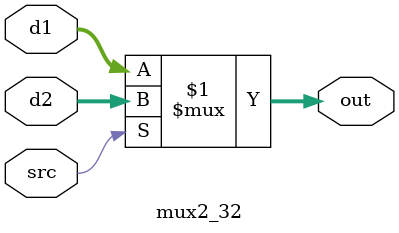
<source format=v>
`timescale 1ns / 1ps
module mux2_5(        //5Î»2Ñ¡1
    input [4:0] d1,   //ÊäÈëÊý¾Ý
    input [4:0] d2,
    input src,		  //Êä³öÑ¡Ôñ
    output [4:0] out  //Êä³ö
    );

	assign out = src?d2:d1;
endmodule

module mux4_32(		  //32Î»4Ñ¡1
    input [1:0] src,
    input [31:0] d1,
    input [31:0] d2,
	input [31:0] d3,
	input [31:0] d4,	
    output reg [31:0] out
    );

	always @(src, d1, d2, d3, d4)
      case (src)
         2'b00: out = d1;
         2'b01: out = d2;
         2'b10: out = d3;
         2'b11: out = d4;
      endcase
endmodule

module mux2_32(		  //32Î»2Ñ¡1
    input src,
    input [31:0] d1,
    input [31:0] d2,
    output [31:0] out
    );

	assign out = src?d2:d1;

endmodule



</source>
